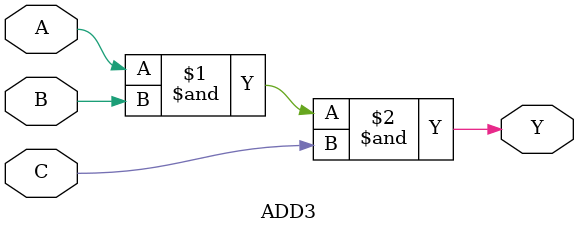
<source format=v>
module ADD3 (
	input A, B, C,
	output Y
);
	assign Y = A & B & C;
endmodule
</source>
